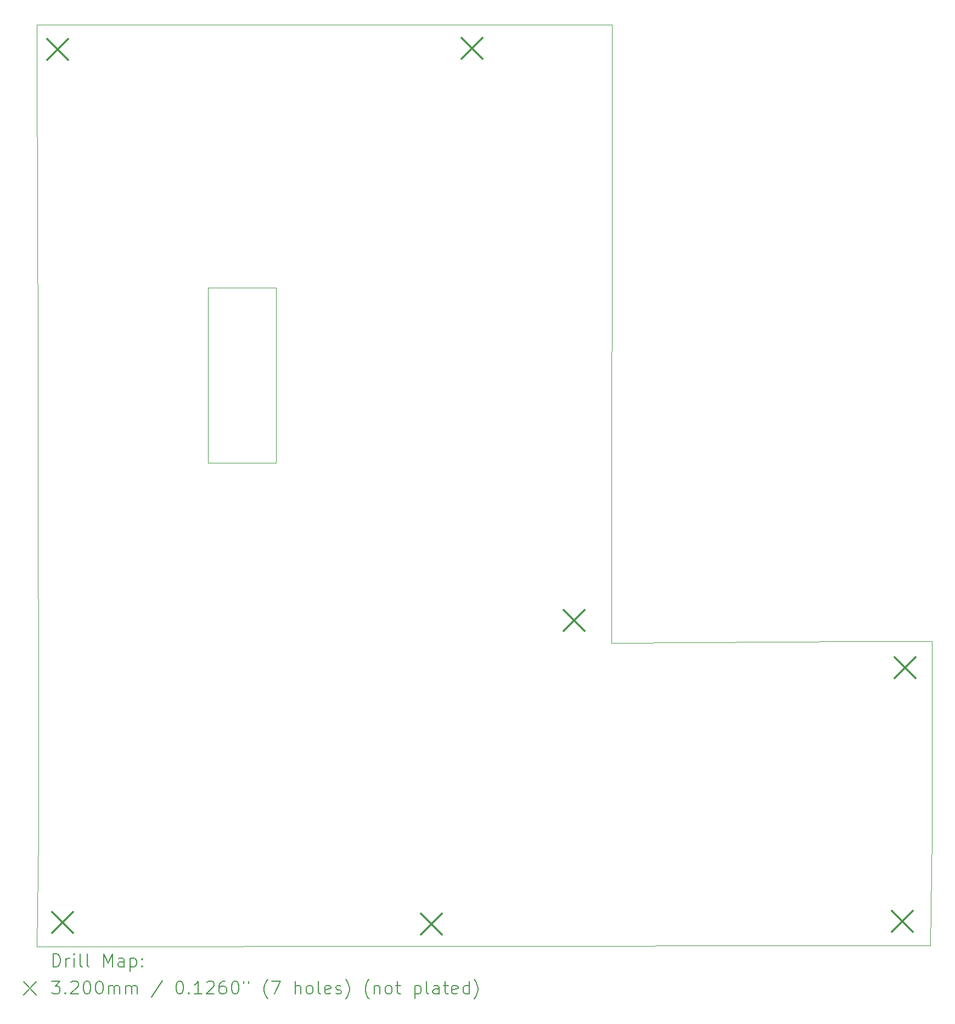
<source format=gbr>
%TF.GenerationSoftware,KiCad,Pcbnew,(6.0.9)*%
%TF.CreationDate,2022-11-23T00:31:02+01:00*%
%TF.ProjectId,Testapparaat,54657374-6170-4706-9172-6161742e6b69,rev?*%
%TF.SameCoordinates,Original*%
%TF.FileFunction,Drillmap*%
%TF.FilePolarity,Positive*%
%FSLAX45Y45*%
G04 Gerber Fmt 4.5, Leading zero omitted, Abs format (unit mm)*
G04 Created by KiCad (PCBNEW (6.0.9)) date 2022-11-23 00:31:02*
%MOMM*%
%LPD*%
G01*
G04 APERTURE LIST*
%ADD10C,0.100000*%
%ADD11C,0.200000*%
%ADD12C,0.320000*%
G04 APERTURE END LIST*
D10*
X18344700Y-2430050D02*
X9474700Y-2430050D01*
X18348750Y-3032125D02*
X18344700Y-2430050D01*
X9474700Y-16645050D02*
X22153300Y-16635450D01*
X9474700Y-2430050D02*
X9471100Y-3029650D01*
X9496100Y-14954650D02*
X9474700Y-16645050D01*
X23279100Y-14945050D02*
X23257700Y-16635450D01*
X18341100Y-11964650D02*
X22174700Y-11945050D01*
X18341100Y-11964650D02*
X18348750Y-3032125D01*
X22174700Y-11945050D02*
X23279100Y-11945050D01*
X22153300Y-16635450D02*
X23257700Y-16635450D01*
X23279100Y-12145050D02*
X23279100Y-11945050D01*
X9471100Y-3029650D02*
X9491100Y-7559650D01*
X9491100Y-7559650D02*
X9496100Y-14954650D01*
X23279100Y-14945050D02*
X23279100Y-12145050D01*
X12114700Y-6487550D02*
X13167200Y-6487550D01*
X13167200Y-6487550D02*
X13167200Y-9192550D01*
X13167200Y-9192550D02*
X12114700Y-9192550D01*
X12114700Y-9192550D02*
X12114700Y-6487550D01*
D11*
D12*
X9634700Y-2655050D02*
X9954700Y-2975050D01*
X9954700Y-2655050D02*
X9634700Y-2975050D01*
X9709700Y-16115050D02*
X10029700Y-16435050D01*
X10029700Y-16115050D02*
X9709700Y-16435050D01*
X15402200Y-16142550D02*
X15722200Y-16462550D01*
X15722200Y-16142550D02*
X15402200Y-16462550D01*
X16024700Y-2637550D02*
X16344700Y-2957550D01*
X16344700Y-2637550D02*
X16024700Y-2957550D01*
X17602200Y-11457550D02*
X17922200Y-11777550D01*
X17922200Y-11457550D02*
X17602200Y-11777550D01*
X22664700Y-16097550D02*
X22984700Y-16417550D01*
X22984700Y-16097550D02*
X22664700Y-16417550D01*
X22704700Y-12187550D02*
X23024700Y-12507550D01*
X23024700Y-12187550D02*
X22704700Y-12507550D01*
D11*
X9723719Y-16960526D02*
X9723719Y-16760526D01*
X9771338Y-16760526D01*
X9799910Y-16770050D01*
X9818957Y-16789098D01*
X9828481Y-16808145D01*
X9838005Y-16846240D01*
X9838005Y-16874812D01*
X9828481Y-16912907D01*
X9818957Y-16931955D01*
X9799910Y-16951002D01*
X9771338Y-16960526D01*
X9723719Y-16960526D01*
X9923719Y-16960526D02*
X9923719Y-16827193D01*
X9923719Y-16865288D02*
X9933243Y-16846240D01*
X9942767Y-16836717D01*
X9961814Y-16827193D01*
X9980862Y-16827193D01*
X10047529Y-16960526D02*
X10047529Y-16827193D01*
X10047529Y-16760526D02*
X10038005Y-16770050D01*
X10047529Y-16779574D01*
X10057052Y-16770050D01*
X10047529Y-16760526D01*
X10047529Y-16779574D01*
X10171338Y-16960526D02*
X10152290Y-16951002D01*
X10142767Y-16931955D01*
X10142767Y-16760526D01*
X10276100Y-16960526D02*
X10257052Y-16951002D01*
X10247529Y-16931955D01*
X10247529Y-16760526D01*
X10504671Y-16960526D02*
X10504671Y-16760526D01*
X10571338Y-16903383D01*
X10638005Y-16760526D01*
X10638005Y-16960526D01*
X10818957Y-16960526D02*
X10818957Y-16855764D01*
X10809433Y-16836717D01*
X10790386Y-16827193D01*
X10752290Y-16827193D01*
X10733243Y-16836717D01*
X10818957Y-16951002D02*
X10799910Y-16960526D01*
X10752290Y-16960526D01*
X10733243Y-16951002D01*
X10723719Y-16931955D01*
X10723719Y-16912907D01*
X10733243Y-16893860D01*
X10752290Y-16884336D01*
X10799910Y-16884336D01*
X10818957Y-16874812D01*
X10914195Y-16827193D02*
X10914195Y-17027193D01*
X10914195Y-16836717D02*
X10933243Y-16827193D01*
X10971338Y-16827193D01*
X10990386Y-16836717D01*
X10999910Y-16846240D01*
X11009433Y-16865288D01*
X11009433Y-16922431D01*
X10999910Y-16941479D01*
X10990386Y-16951002D01*
X10971338Y-16960526D01*
X10933243Y-16960526D01*
X10914195Y-16951002D01*
X11095148Y-16941479D02*
X11104671Y-16951002D01*
X11095148Y-16960526D01*
X11085624Y-16951002D01*
X11095148Y-16941479D01*
X11095148Y-16960526D01*
X11095148Y-16836717D02*
X11104671Y-16846240D01*
X11095148Y-16855764D01*
X11085624Y-16846240D01*
X11095148Y-16836717D01*
X11095148Y-16855764D01*
X9266100Y-17190050D02*
X9466100Y-17390050D01*
X9466100Y-17190050D02*
X9266100Y-17390050D01*
X9704671Y-17180526D02*
X9828481Y-17180526D01*
X9761814Y-17256717D01*
X9790386Y-17256717D01*
X9809433Y-17266240D01*
X9818957Y-17275764D01*
X9828481Y-17294812D01*
X9828481Y-17342431D01*
X9818957Y-17361479D01*
X9809433Y-17371002D01*
X9790386Y-17380526D01*
X9733243Y-17380526D01*
X9714195Y-17371002D01*
X9704671Y-17361479D01*
X9914195Y-17361479D02*
X9923719Y-17371002D01*
X9914195Y-17380526D01*
X9904671Y-17371002D01*
X9914195Y-17361479D01*
X9914195Y-17380526D01*
X9999910Y-17199574D02*
X10009433Y-17190050D01*
X10028481Y-17180526D01*
X10076100Y-17180526D01*
X10095148Y-17190050D01*
X10104671Y-17199574D01*
X10114195Y-17218621D01*
X10114195Y-17237669D01*
X10104671Y-17266240D01*
X9990386Y-17380526D01*
X10114195Y-17380526D01*
X10238005Y-17180526D02*
X10257052Y-17180526D01*
X10276100Y-17190050D01*
X10285624Y-17199574D01*
X10295148Y-17218621D01*
X10304671Y-17256717D01*
X10304671Y-17304336D01*
X10295148Y-17342431D01*
X10285624Y-17361479D01*
X10276100Y-17371002D01*
X10257052Y-17380526D01*
X10238005Y-17380526D01*
X10218957Y-17371002D01*
X10209433Y-17361479D01*
X10199910Y-17342431D01*
X10190386Y-17304336D01*
X10190386Y-17256717D01*
X10199910Y-17218621D01*
X10209433Y-17199574D01*
X10218957Y-17190050D01*
X10238005Y-17180526D01*
X10428481Y-17180526D02*
X10447529Y-17180526D01*
X10466576Y-17190050D01*
X10476100Y-17199574D01*
X10485624Y-17218621D01*
X10495148Y-17256717D01*
X10495148Y-17304336D01*
X10485624Y-17342431D01*
X10476100Y-17361479D01*
X10466576Y-17371002D01*
X10447529Y-17380526D01*
X10428481Y-17380526D01*
X10409433Y-17371002D01*
X10399910Y-17361479D01*
X10390386Y-17342431D01*
X10380862Y-17304336D01*
X10380862Y-17256717D01*
X10390386Y-17218621D01*
X10399910Y-17199574D01*
X10409433Y-17190050D01*
X10428481Y-17180526D01*
X10580862Y-17380526D02*
X10580862Y-17247193D01*
X10580862Y-17266240D02*
X10590386Y-17256717D01*
X10609433Y-17247193D01*
X10638005Y-17247193D01*
X10657052Y-17256717D01*
X10666576Y-17275764D01*
X10666576Y-17380526D01*
X10666576Y-17275764D02*
X10676100Y-17256717D01*
X10695148Y-17247193D01*
X10723719Y-17247193D01*
X10742767Y-17256717D01*
X10752290Y-17275764D01*
X10752290Y-17380526D01*
X10847529Y-17380526D02*
X10847529Y-17247193D01*
X10847529Y-17266240D02*
X10857052Y-17256717D01*
X10876100Y-17247193D01*
X10904671Y-17247193D01*
X10923719Y-17256717D01*
X10933243Y-17275764D01*
X10933243Y-17380526D01*
X10933243Y-17275764D02*
X10942767Y-17256717D01*
X10961814Y-17247193D01*
X10990386Y-17247193D01*
X11009433Y-17256717D01*
X11018957Y-17275764D01*
X11018957Y-17380526D01*
X11409433Y-17171002D02*
X11238005Y-17428145D01*
X11666576Y-17180526D02*
X11685624Y-17180526D01*
X11704671Y-17190050D01*
X11714195Y-17199574D01*
X11723719Y-17218621D01*
X11733243Y-17256717D01*
X11733243Y-17304336D01*
X11723719Y-17342431D01*
X11714195Y-17361479D01*
X11704671Y-17371002D01*
X11685624Y-17380526D01*
X11666576Y-17380526D01*
X11647528Y-17371002D01*
X11638005Y-17361479D01*
X11628481Y-17342431D01*
X11618957Y-17304336D01*
X11618957Y-17256717D01*
X11628481Y-17218621D01*
X11638005Y-17199574D01*
X11647528Y-17190050D01*
X11666576Y-17180526D01*
X11818957Y-17361479D02*
X11828481Y-17371002D01*
X11818957Y-17380526D01*
X11809433Y-17371002D01*
X11818957Y-17361479D01*
X11818957Y-17380526D01*
X12018957Y-17380526D02*
X11904671Y-17380526D01*
X11961814Y-17380526D02*
X11961814Y-17180526D01*
X11942767Y-17209098D01*
X11923719Y-17228145D01*
X11904671Y-17237669D01*
X12095148Y-17199574D02*
X12104671Y-17190050D01*
X12123719Y-17180526D01*
X12171338Y-17180526D01*
X12190386Y-17190050D01*
X12199909Y-17199574D01*
X12209433Y-17218621D01*
X12209433Y-17237669D01*
X12199909Y-17266240D01*
X12085624Y-17380526D01*
X12209433Y-17380526D01*
X12380862Y-17180526D02*
X12342767Y-17180526D01*
X12323719Y-17190050D01*
X12314195Y-17199574D01*
X12295148Y-17228145D01*
X12285624Y-17266240D01*
X12285624Y-17342431D01*
X12295148Y-17361479D01*
X12304671Y-17371002D01*
X12323719Y-17380526D01*
X12361814Y-17380526D01*
X12380862Y-17371002D01*
X12390386Y-17361479D01*
X12399909Y-17342431D01*
X12399909Y-17294812D01*
X12390386Y-17275764D01*
X12380862Y-17266240D01*
X12361814Y-17256717D01*
X12323719Y-17256717D01*
X12304671Y-17266240D01*
X12295148Y-17275764D01*
X12285624Y-17294812D01*
X12523719Y-17180526D02*
X12542767Y-17180526D01*
X12561814Y-17190050D01*
X12571338Y-17199574D01*
X12580862Y-17218621D01*
X12590386Y-17256717D01*
X12590386Y-17304336D01*
X12580862Y-17342431D01*
X12571338Y-17361479D01*
X12561814Y-17371002D01*
X12542767Y-17380526D01*
X12523719Y-17380526D01*
X12504671Y-17371002D01*
X12495148Y-17361479D01*
X12485624Y-17342431D01*
X12476100Y-17304336D01*
X12476100Y-17256717D01*
X12485624Y-17218621D01*
X12495148Y-17199574D01*
X12504671Y-17190050D01*
X12523719Y-17180526D01*
X12666576Y-17180526D02*
X12666576Y-17218621D01*
X12742767Y-17180526D02*
X12742767Y-17218621D01*
X13038005Y-17456717D02*
X13028481Y-17447193D01*
X13009433Y-17418621D01*
X12999909Y-17399574D01*
X12990386Y-17371002D01*
X12980862Y-17323383D01*
X12980862Y-17285288D01*
X12990386Y-17237669D01*
X12999909Y-17209098D01*
X13009433Y-17190050D01*
X13028481Y-17161479D01*
X13038005Y-17151955D01*
X13095148Y-17180526D02*
X13228481Y-17180526D01*
X13142767Y-17380526D01*
X13457052Y-17380526D02*
X13457052Y-17180526D01*
X13542767Y-17380526D02*
X13542767Y-17275764D01*
X13533243Y-17256717D01*
X13514195Y-17247193D01*
X13485624Y-17247193D01*
X13466576Y-17256717D01*
X13457052Y-17266240D01*
X13666576Y-17380526D02*
X13647528Y-17371002D01*
X13638005Y-17361479D01*
X13628481Y-17342431D01*
X13628481Y-17285288D01*
X13638005Y-17266240D01*
X13647528Y-17256717D01*
X13666576Y-17247193D01*
X13695148Y-17247193D01*
X13714195Y-17256717D01*
X13723719Y-17266240D01*
X13733243Y-17285288D01*
X13733243Y-17342431D01*
X13723719Y-17361479D01*
X13714195Y-17371002D01*
X13695148Y-17380526D01*
X13666576Y-17380526D01*
X13847528Y-17380526D02*
X13828481Y-17371002D01*
X13818957Y-17351955D01*
X13818957Y-17180526D01*
X13999909Y-17371002D02*
X13980862Y-17380526D01*
X13942767Y-17380526D01*
X13923719Y-17371002D01*
X13914195Y-17351955D01*
X13914195Y-17275764D01*
X13923719Y-17256717D01*
X13942767Y-17247193D01*
X13980862Y-17247193D01*
X13999909Y-17256717D01*
X14009433Y-17275764D01*
X14009433Y-17294812D01*
X13914195Y-17313860D01*
X14085624Y-17371002D02*
X14104671Y-17380526D01*
X14142767Y-17380526D01*
X14161814Y-17371002D01*
X14171338Y-17351955D01*
X14171338Y-17342431D01*
X14161814Y-17323383D01*
X14142767Y-17313860D01*
X14114195Y-17313860D01*
X14095148Y-17304336D01*
X14085624Y-17285288D01*
X14085624Y-17275764D01*
X14095148Y-17256717D01*
X14114195Y-17247193D01*
X14142767Y-17247193D01*
X14161814Y-17256717D01*
X14238005Y-17456717D02*
X14247528Y-17447193D01*
X14266576Y-17418621D01*
X14276100Y-17399574D01*
X14285624Y-17371002D01*
X14295148Y-17323383D01*
X14295148Y-17285288D01*
X14285624Y-17237669D01*
X14276100Y-17209098D01*
X14266576Y-17190050D01*
X14247528Y-17161479D01*
X14238005Y-17151955D01*
X14599909Y-17456717D02*
X14590386Y-17447193D01*
X14571338Y-17418621D01*
X14561814Y-17399574D01*
X14552290Y-17371002D01*
X14542767Y-17323383D01*
X14542767Y-17285288D01*
X14552290Y-17237669D01*
X14561814Y-17209098D01*
X14571338Y-17190050D01*
X14590386Y-17161479D01*
X14599909Y-17151955D01*
X14676100Y-17247193D02*
X14676100Y-17380526D01*
X14676100Y-17266240D02*
X14685624Y-17256717D01*
X14704671Y-17247193D01*
X14733243Y-17247193D01*
X14752290Y-17256717D01*
X14761814Y-17275764D01*
X14761814Y-17380526D01*
X14885624Y-17380526D02*
X14866576Y-17371002D01*
X14857052Y-17361479D01*
X14847528Y-17342431D01*
X14847528Y-17285288D01*
X14857052Y-17266240D01*
X14866576Y-17256717D01*
X14885624Y-17247193D01*
X14914195Y-17247193D01*
X14933243Y-17256717D01*
X14942767Y-17266240D01*
X14952290Y-17285288D01*
X14952290Y-17342431D01*
X14942767Y-17361479D01*
X14933243Y-17371002D01*
X14914195Y-17380526D01*
X14885624Y-17380526D01*
X15009433Y-17247193D02*
X15085624Y-17247193D01*
X15038005Y-17180526D02*
X15038005Y-17351955D01*
X15047528Y-17371002D01*
X15066576Y-17380526D01*
X15085624Y-17380526D01*
X15304671Y-17247193D02*
X15304671Y-17447193D01*
X15304671Y-17256717D02*
X15323719Y-17247193D01*
X15361814Y-17247193D01*
X15380862Y-17256717D01*
X15390386Y-17266240D01*
X15399909Y-17285288D01*
X15399909Y-17342431D01*
X15390386Y-17361479D01*
X15380862Y-17371002D01*
X15361814Y-17380526D01*
X15323719Y-17380526D01*
X15304671Y-17371002D01*
X15514195Y-17380526D02*
X15495148Y-17371002D01*
X15485624Y-17351955D01*
X15485624Y-17180526D01*
X15676100Y-17380526D02*
X15676100Y-17275764D01*
X15666576Y-17256717D01*
X15647528Y-17247193D01*
X15609433Y-17247193D01*
X15590386Y-17256717D01*
X15676100Y-17371002D02*
X15657052Y-17380526D01*
X15609433Y-17380526D01*
X15590386Y-17371002D01*
X15580862Y-17351955D01*
X15580862Y-17332907D01*
X15590386Y-17313860D01*
X15609433Y-17304336D01*
X15657052Y-17304336D01*
X15676100Y-17294812D01*
X15742767Y-17247193D02*
X15818957Y-17247193D01*
X15771338Y-17180526D02*
X15771338Y-17351955D01*
X15780862Y-17371002D01*
X15799909Y-17380526D01*
X15818957Y-17380526D01*
X15961814Y-17371002D02*
X15942767Y-17380526D01*
X15904671Y-17380526D01*
X15885624Y-17371002D01*
X15876100Y-17351955D01*
X15876100Y-17275764D01*
X15885624Y-17256717D01*
X15904671Y-17247193D01*
X15942767Y-17247193D01*
X15961814Y-17256717D01*
X15971338Y-17275764D01*
X15971338Y-17294812D01*
X15876100Y-17313860D01*
X16142767Y-17380526D02*
X16142767Y-17180526D01*
X16142767Y-17371002D02*
X16123719Y-17380526D01*
X16085624Y-17380526D01*
X16066576Y-17371002D01*
X16057052Y-17361479D01*
X16047528Y-17342431D01*
X16047528Y-17285288D01*
X16057052Y-17266240D01*
X16066576Y-17256717D01*
X16085624Y-17247193D01*
X16123719Y-17247193D01*
X16142767Y-17256717D01*
X16218957Y-17456717D02*
X16228481Y-17447193D01*
X16247528Y-17418621D01*
X16257052Y-17399574D01*
X16266576Y-17371002D01*
X16276100Y-17323383D01*
X16276100Y-17285288D01*
X16266576Y-17237669D01*
X16257052Y-17209098D01*
X16247528Y-17190050D01*
X16228481Y-17161479D01*
X16218957Y-17151955D01*
M02*

</source>
